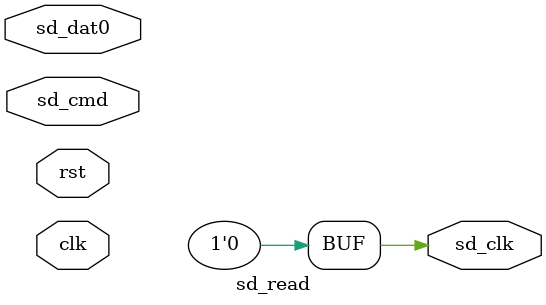
<source format=v>
module sd_read(
    input wire rst,
    input wire clk,

    output wire sd_clk,
    inout sd_dat0,
    inout sd_cmd
);

assign sd_clk = 1'b0;

// TODO
// https://web.archive.org/web/20200725013613/http://wiki.seabright.co.nz/wiki/SdCardProtocol.html

endmodule

</source>
